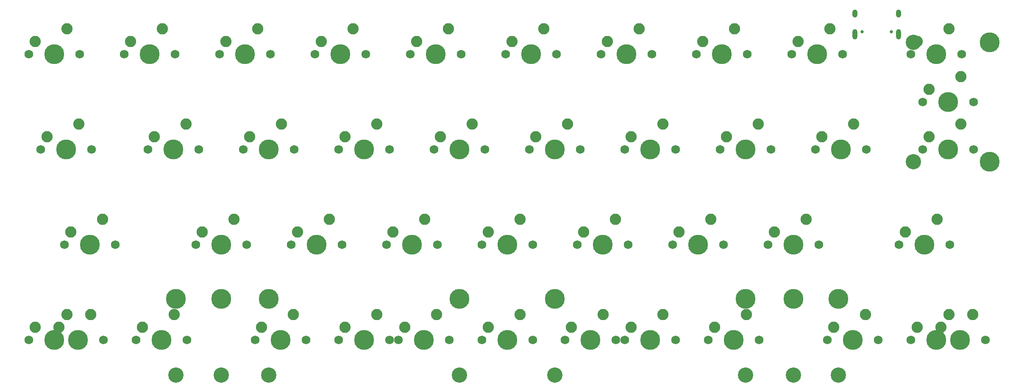
<source format=gbr>
%TF.GenerationSoftware,KiCad,Pcbnew,(6.0.4)*%
%TF.CreationDate,2022-12-31T18:56:14+01:00*%
%TF.ProjectId,PeppyQAZ,50657070-7951-4415-9a2e-6b696361645f,rev?*%
%TF.SameCoordinates,Original*%
%TF.FileFunction,Soldermask,Top*%
%TF.FilePolarity,Negative*%
%FSLAX46Y46*%
G04 Gerber Fmt 4.6, Leading zero omitted, Abs format (unit mm)*
G04 Created by KiCad (PCBNEW (6.0.4)) date 2022-12-31 18:56:14*
%MOMM*%
%LPD*%
G01*
G04 APERTURE LIST*
%ADD10C,3.987800*%
%ADD11C,3.048000*%
%ADD12C,1.750000*%
%ADD13C,2.250000*%
%ADD14C,0.650000*%
%ADD15O,1.000000X2.100000*%
%ADD16O,1.000000X1.600000*%
G04 APERTURE END LIST*
D10*
%TO.C,MX19*%
X205875000Y-113982500D03*
D11*
X205875000Y-129222500D03*
D10*
X82550000Y-113982500D03*
D11*
X82550000Y-129222500D03*
X196850000Y-129222500D03*
D10*
X196850000Y-113982500D03*
D11*
X73525000Y-129222500D03*
D12*
X144780000Y-122237500D03*
D10*
X73525000Y-113982500D03*
D12*
X134620000Y-122237500D03*
D10*
X139700000Y-122237500D03*
D13*
X135890000Y-119697500D03*
X142240000Y-117157500D03*
%TD*%
D12*
%TO.C,MX22*%
X135255000Y-84137500D03*
X125095000Y-84137500D03*
D10*
X130175000Y-84137500D03*
D13*
X126365000Y-81597500D03*
X132715000Y-79057500D03*
%TD*%
D10*
%TO.C,MX39*%
X225425000Y-122237500D03*
D12*
X230505000Y-122237500D03*
X220345000Y-122237500D03*
D13*
X221615000Y-119697500D03*
X227965000Y-117157500D03*
%TD*%
D12*
%TO.C,MX33*%
X177482500Y-65087500D03*
X187642500Y-65087500D03*
D10*
X182562500Y-65087500D03*
D13*
X178752500Y-62547500D03*
X185102500Y-60007500D03*
%TD*%
D12*
%TO.C,MX20*%
X144780000Y-122237500D03*
D10*
X92075000Y-113982500D03*
X139700000Y-122237500D03*
D11*
X187325000Y-129222500D03*
D10*
X187325000Y-113982500D03*
D12*
X134620000Y-122237500D03*
D11*
X92075000Y-129222500D03*
D13*
X135890000Y-119697500D03*
X142240000Y-117157500D03*
%TD*%
D12*
%TO.C,MX29*%
X168592500Y-65087500D03*
X158432500Y-65087500D03*
D10*
X163512500Y-65087500D03*
D13*
X159702500Y-62547500D03*
X166052500Y-60007500D03*
%TD*%
D12*
%TO.C,MX25*%
X161448750Y-122237500D03*
X151288750Y-122237500D03*
D10*
X156368750Y-122237500D03*
D13*
X152558750Y-119697500D03*
X158908750Y-117157500D03*
%TD*%
D12*
%TO.C,MX23*%
X144780000Y-103187500D03*
D10*
X139700000Y-103187500D03*
D12*
X134620000Y-103187500D03*
D13*
X135890000Y-100647500D03*
X142240000Y-98107500D03*
%TD*%
D12*
%TO.C,MX43*%
X222726250Y-84137500D03*
X232886250Y-84137500D03*
D10*
X227806250Y-84137500D03*
D13*
X223996250Y-81597500D03*
X230346250Y-79057500D03*
%TD*%
D12*
%TO.C,MX1*%
X48895000Y-122237500D03*
D10*
X53975000Y-122237500D03*
D12*
X59055000Y-122237500D03*
D13*
X50165000Y-119697500D03*
X56515000Y-117157500D03*
%TD*%
D12*
%TO.C,MX6*%
X63182500Y-65087500D03*
X73342500Y-65087500D03*
D10*
X68262500Y-65087500D03*
D13*
X64452500Y-62547500D03*
X70802500Y-60007500D03*
%TD*%
D12*
%TO.C,MX3*%
X54292500Y-65087500D03*
D10*
X49212500Y-65087500D03*
D12*
X44132500Y-65087500D03*
D13*
X45402500Y-62547500D03*
X51752500Y-60007500D03*
%TD*%
D12*
%TO.C,MX31*%
X172720000Y-103187500D03*
X182880000Y-103187500D03*
D10*
X177800000Y-103187500D03*
D13*
X173990000Y-100647500D03*
X180340000Y-98107500D03*
%TD*%
D10*
%TO.C,MX14*%
X92075000Y-113982500D03*
X111125000Y-122237500D03*
D11*
X130175000Y-129222500D03*
D12*
X116205000Y-122237500D03*
D10*
X130175000Y-113982500D03*
D11*
X92075000Y-129222500D03*
D12*
X106045000Y-122237500D03*
D13*
X107315000Y-119697500D03*
X113665000Y-117157500D03*
%TD*%
D12*
%TO.C,MX40*%
X225107500Y-122237500D03*
D10*
X230187500Y-122237500D03*
D12*
X235267500Y-122237500D03*
D13*
X226377500Y-119697500D03*
X232727500Y-117157500D03*
%TD*%
D12*
%TO.C,MX5*%
X51276250Y-103187500D03*
D10*
X56356250Y-103187500D03*
D12*
X61436250Y-103187500D03*
D13*
X52546250Y-100647500D03*
X58896250Y-98107500D03*
%TD*%
D10*
%TO.C,MX24*%
X149225000Y-113982500D03*
X187325000Y-113982500D03*
D12*
X163195000Y-122237500D03*
D11*
X187325000Y-129222500D03*
X149225000Y-129222500D03*
D10*
X168275000Y-122237500D03*
D12*
X173355000Y-122237500D03*
D13*
X164465000Y-119697500D03*
X170815000Y-117157500D03*
%TD*%
D10*
%TO.C,MX9*%
X70643750Y-122237500D03*
D12*
X75723750Y-122237500D03*
X65563750Y-122237500D03*
D13*
X66833750Y-119697500D03*
X73183750Y-117157500D03*
%TD*%
D12*
%TO.C,MX37*%
X196532500Y-65087500D03*
D10*
X201612500Y-65087500D03*
D12*
X206692500Y-65087500D03*
D13*
X197802500Y-62547500D03*
X204152500Y-60007500D03*
%TD*%
D10*
%TO.C,MX16*%
X106362500Y-65087500D03*
D12*
X111442500Y-65087500D03*
X101282500Y-65087500D03*
D13*
X102552500Y-62547500D03*
X108902500Y-60007500D03*
%TD*%
D12*
%TO.C,MX38*%
X211455000Y-84137500D03*
X201295000Y-84137500D03*
D10*
X206375000Y-84137500D03*
D13*
X202565000Y-81597500D03*
X208915000Y-79057500D03*
%TD*%
D12*
%TO.C,MX17*%
X106045000Y-84137500D03*
D10*
X111125000Y-84137500D03*
D12*
X116205000Y-84137500D03*
D13*
X107315000Y-81597500D03*
X113665000Y-79057500D03*
%TD*%
D10*
%TO.C,MX12*%
X101600000Y-103187500D03*
D12*
X106680000Y-103187500D03*
X96520000Y-103187500D03*
D13*
X97790000Y-100647500D03*
X104140000Y-98107500D03*
%TD*%
D12*
%TO.C,MX34*%
X182245000Y-84137500D03*
D10*
X187325000Y-84137500D03*
D12*
X192405000Y-84137500D03*
D13*
X183515000Y-81597500D03*
X189865000Y-79057500D03*
%TD*%
D10*
%TO.C,MX36*%
X208756250Y-122237500D03*
D12*
X203676250Y-122237500D03*
X213836250Y-122237500D03*
D13*
X204946250Y-119697500D03*
X211296250Y-117157500D03*
%TD*%
D12*
%TO.C,MX30*%
X173355000Y-84137500D03*
D10*
X168275000Y-84137500D03*
D12*
X163195000Y-84137500D03*
D13*
X164465000Y-81597500D03*
X170815000Y-79057500D03*
%TD*%
D12*
%TO.C,MX41*%
X230505000Y-65087500D03*
X220345000Y-65087500D03*
D10*
X225425000Y-65087500D03*
D13*
X221615000Y-62547500D03*
X227965000Y-60007500D03*
%TD*%
D12*
%TO.C,MX11*%
X86995000Y-84137500D03*
X97155000Y-84137500D03*
D10*
X92075000Y-84137500D03*
D13*
X88265000Y-81597500D03*
X94615000Y-79057500D03*
%TD*%
D12*
%TO.C,MX13*%
X89376250Y-122237500D03*
X99536250Y-122237500D03*
D10*
X94456250Y-122237500D03*
D13*
X90646250Y-119697500D03*
X96996250Y-117157500D03*
%TD*%
D12*
%TO.C,MX15*%
X128111250Y-122237500D03*
X117951250Y-122237500D03*
D10*
X123031250Y-122237500D03*
D13*
X119221250Y-119697500D03*
X125571250Y-117157500D03*
%TD*%
D12*
%TO.C,MX28*%
X163830000Y-103187500D03*
X153670000Y-103187500D03*
D10*
X158750000Y-103187500D03*
D13*
X154940000Y-100647500D03*
X161290000Y-98107500D03*
%TD*%
D10*
%TO.C,MX21*%
X125412500Y-65087500D03*
D12*
X130492500Y-65087500D03*
X120332500Y-65087500D03*
D13*
X121602500Y-62547500D03*
X127952500Y-60007500D03*
%TD*%
D12*
%TO.C,MX35*%
X191770000Y-103187500D03*
X201930000Y-103187500D03*
D10*
X196850000Y-103187500D03*
D13*
X193040000Y-100647500D03*
X199390000Y-98107500D03*
%TD*%
D12*
%TO.C,MX2*%
X44132500Y-122237500D03*
D10*
X49212500Y-122237500D03*
D12*
X54292500Y-122237500D03*
D13*
X45402500Y-119697500D03*
X51752500Y-117157500D03*
%TD*%
D12*
%TO.C,MX7*%
X78105000Y-84137500D03*
X67945000Y-84137500D03*
D10*
X73025000Y-84137500D03*
D13*
X69215000Y-81597500D03*
X75565000Y-79057500D03*
%TD*%
D12*
%TO.C,MX44*%
X217963750Y-103187500D03*
D10*
X223043750Y-103187500D03*
D12*
X228123750Y-103187500D03*
D13*
X219233750Y-100647500D03*
X225583750Y-98107500D03*
%TD*%
D10*
%TO.C,MX42*%
X236061250Y-62674500D03*
D11*
X220821250Y-86550500D03*
D12*
X232886250Y-74612500D03*
D10*
X227806250Y-74612500D03*
D12*
X222726250Y-74612500D03*
D11*
X220821250Y-62674500D03*
D10*
X236061250Y-86550500D03*
D13*
X223996250Y-72072500D03*
X230346250Y-69532500D03*
%TD*%
D12*
%TO.C,MX32*%
X190023750Y-122237500D03*
D10*
X184943750Y-122237500D03*
D12*
X179863750Y-122237500D03*
D13*
X181133750Y-119697500D03*
X187483750Y-117157500D03*
%TD*%
D10*
%TO.C,MX18*%
X120650000Y-103187500D03*
D12*
X115570000Y-103187500D03*
X125730000Y-103187500D03*
D13*
X116840000Y-100647500D03*
X123190000Y-98107500D03*
%TD*%
D10*
%TO.C,MX10*%
X87312500Y-65087500D03*
D12*
X82232500Y-65087500D03*
X92392500Y-65087500D03*
D13*
X83502500Y-62547500D03*
X89852500Y-60007500D03*
%TD*%
D12*
%TO.C,MX8*%
X87630000Y-103187500D03*
X77470000Y-103187500D03*
D10*
X82550000Y-103187500D03*
D13*
X78740000Y-100647500D03*
X85090000Y-98107500D03*
%TD*%
D10*
%TO.C,MX4*%
X51593750Y-84137500D03*
D12*
X56673750Y-84137500D03*
X46513750Y-84137500D03*
D13*
X47783750Y-81597500D03*
X54133750Y-79057500D03*
%TD*%
D10*
%TO.C,MX26*%
X144462500Y-65087500D03*
D12*
X139382500Y-65087500D03*
X149542500Y-65087500D03*
D13*
X140652500Y-62547500D03*
X147002500Y-60007500D03*
%TD*%
D12*
%TO.C,MX27*%
X154305000Y-84137500D03*
D10*
X149225000Y-84137500D03*
D12*
X144145000Y-84137500D03*
D13*
X145415000Y-81597500D03*
X151765000Y-79057500D03*
%TD*%
D14*
%TO.C,J2*%
X216408750Y-60543750D03*
X210628750Y-60543750D03*
D15*
X217838750Y-61073750D03*
D16*
X209198750Y-56893750D03*
D15*
X209198750Y-61073750D03*
D16*
X217838750Y-56893750D03*
%TD*%
M02*

</source>
